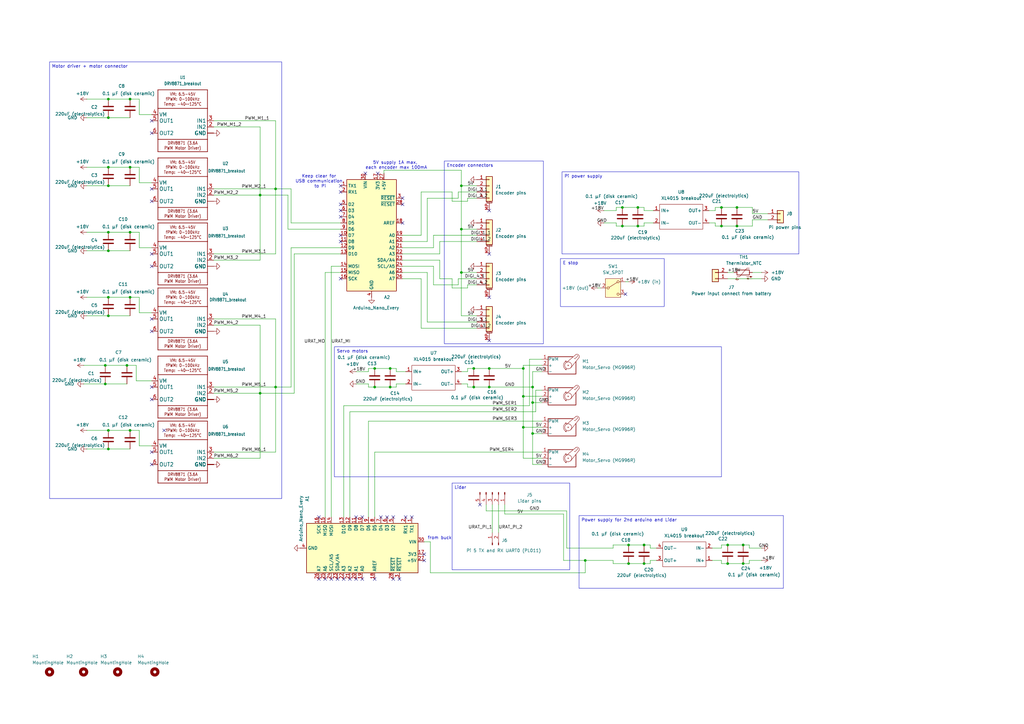
<source format=kicad_sch>
(kicad_sch (version 20250114) (generator "eeschema") (generator_version "9.0")
  (paper "A3")
  (title_block (title "Electrical connections"))
  (text "5V supply 1A max, \neach encoder max 100mA" (at 162.56 67.818 0) (effects (font (size 1.27 1.27))))
  (text "Keep clear for \nUSB communication \nto Pi\n" (at 131.318 74.422 0) (effects (font (size 1.27 1.27))))
  (text "from buck" (at 180.34 220.726 0) (effects (font (size 1.27 1.27))))
  (text_box "Pi power supply" (at 230.505 70.485 0) (size 97.155 33.655) (margins 0.9525 0.9525 0.9525 0.9525) (effects (font (size 1.27 1.27)) (justify left top)))
  (text_box "Encoder connectors" (at 182.245 66.04 0) (size 40.64 74.93) (margins 0.9525 0.9525 0.9525 0.9525) (effects (font (size 1.27 1.27)) (justify left top)))
  (text_box "Servo motors" (at 137.16 142.24 0) (size 158.75 53.34) (margins 0.9525 0.9525 0.9525 0.9525) (effects (font (size 1.27 1.27)) (justify left top)))
  (text_box "E stop" (at 229.87 106.045 0) (size 42.545 19.685) (margins 0.9525 0.9525 0.9525 0.9525) (effects (font (size 1.27 1.27)) (justify left top)))
  (text_box "Lidar" (at 185.42 198.12 0) (size 48.26 35.56) (margins 0.9525 0.9525 0.9525 0.9525) (effects (font (size 1.27 1.27)) (justify left top)))
  (text_box "Motor driver + motor connector" (at 20.32 25.4 0) (size 95.25 179.07) (margins 0.9525 0.9525 0.9525 0.9525) (effects (font (size 1.27 1.27)) (justify left top)))
  (text_box "Power supply for 2nd arduino and Lidar" (at 237.49 211.455 0) (size 83.82 29.845) (margins 0.9525 0.9525 0.9525 0.9525) (effects (font (size 1.27 1.27)) (justify left top)))
  (junction (at 106.68 161.29))
  (junction (at 302.26 85.09))
  (junction (at 53.34 68.58))
  (junction (at 160.02 158.75))
  (junction (at 295.91 92.71))
  (junction (at 264.16 223.52))
  (junction (at 153.67 151.13))
  (junction (at 44.45 40.64))
  (junction (at 52.07 149.86))
  (junction (at 255.27 85.09))
  (junction (at 298.45 231.14))
  (junction (at 261.62 92.71))
  (junction (at 43.18 149.86))
  (junction (at 113.03 77.47))
  (junction (at 218.44 158.75))
  (junction (at 255.27 92.71))
  (junction (at 44.45 95.25))
  (junction (at 189.23 111.76))
  (junction (at 261.62 85.09))
  (junction (at 298.45 223.52))
  (junction (at 214.63 162.56))
  (junction (at 264.16 231.14))
  (junction (at 44.45 48.26))
  (junction (at 113.03 158.75))
  (junction (at 218.44 177.8))
  (junction (at 194.31 151.13))
  (junction (at 218.44 165.1))
  (junction (at 200.66 158.75))
  (junction (at 44.45 102.87))
  (junction (at 304.8 231.14))
  (junction (at 189.23 76.2))
  (junction (at 304.8 223.52))
  (junction (at 240.03 229.87))
  (junction (at 53.34 121.92))
  (junction (at 200.66 151.13))
  (junction (at 214.63 175.26))
  (junction (at 153.67 158.75))
  (junction (at 189.23 93.98))
  (junction (at 44.45 129.54))
  (junction (at 106.68 80.01))
  (junction (at 302.26 92.71))
  (junction (at 44.45 176.53))
  (junction (at 53.34 40.64))
  (junction (at 43.18 157.48))
  (junction (at 257.81 231.14))
  (junction (at 44.45 76.2))
  (junction (at 160.02 151.13))
  (junction (at 194.31 158.75))
  (junction (at 44.45 121.92))
  (junction (at 257.81 223.52))
  (junction (at 53.34 95.25))
  (junction (at 295.91 85.09))
  (junction (at 44.45 184.15))
  (junction (at 214.63 151.13))
  (junction (at 44.45 68.58))
  (junction (at 53.34 176.53))
  (no_connect (at 62.23 54.61))
  (no_connect (at 135.89 237.49))
  (no_connect (at 163.83 237.49))
  (no_connect (at 146.05 237.49))
  (no_connect (at 156.21 212.09))
  (no_connect (at 62.23 190.5))
  (no_connect (at 166.37 212.09))
  (no_connect (at 168.91 212.09))
  (no_connect (at 154.94 71.12))
  (no_connect (at 139.7 76.2))
  (no_connect (at 139.7 86.36))
  (no_connect (at 173.99 227.33))
  (no_connect (at 165.1 81.28))
  (no_connect (at 133.35 237.49))
  (no_connect (at 149.86 71.12))
  (no_connect (at 165.1 83.82))
  (no_connect (at 146.05 212.09))
  (no_connect (at 130.81 237.49))
  (no_connect (at 161.29 212.09))
  (no_connect (at 148.59 237.49))
  (no_connect (at 173.99 229.87))
  (no_connect (at 62.23 185.42))
  (no_connect (at 153.67 237.49))
  (no_connect (at 165.1 91.44))
  (no_connect (at 200.66 104.14))
  (no_connect (at 200.66 86.36))
  (no_connect (at 139.7 88.9))
  (no_connect (at 256.54 120.65))
  (no_connect (at 158.75 212.09))
  (no_connect (at 139.7 114.3))
  (no_connect (at 161.29 237.49))
  (no_connect (at 138.43 237.49))
  (no_connect (at 62.23 163.83))
  (no_connect (at 62.23 82.55))
  (no_connect (at 139.7 83.82))
  (no_connect (at 67.31 176.53))
  (no_connect (at 62.23 77.47))
  (no_connect (at 62.23 104.14))
  (no_connect (at 148.59 212.09))
  (no_connect (at 196.85 207.01))
  (no_connect (at 140.97 237.49))
  (no_connect (at 62.23 49.53))
  (no_connect (at 139.7 78.74))
  (no_connect (at 62.23 135.89))
  (no_connect (at 139.7 99.06))
  (no_connect (at 200.66 139.7))
  (no_connect (at 130.81 212.09))
  (no_connect (at 62.23 158.75))
  (no_connect (at 139.7 96.52))
  (no_connect (at 200.66 121.92))
  (no_connect (at 62.23 109.22))
  (no_connect (at 62.23 130.81))
  (no_connect (at 143.51 237.49))
  (wire (pts (xy 240.03 229.87) (xy 251.46 229.87)))
  (wire (pts (xy 292.1 229.87) (xy 295.91 229.87)))
  (wire (pts (xy 143.51 168.91) (xy 219.71 168.91)))
  (wire (pts (xy 312.42 224.79) (xy 307.34 224.79)))
  (wire (pts (xy 87.63 130.81) (xy 113.03 130.81)))
  (wire (pts (xy 189.23 76.2) (xy 195.58 76.2)))
  (wire (pts (xy 118.11 93.98) (xy 139.7 93.98)))
  (wire (pts (xy 44.45 102.87) (xy 53.34 102.87)))
  (wire (pts (xy 252.73 85.09) (xy 252.73 86.36)))
  (wire (pts (xy 53.34 95.25) (xy 57.15 95.25)))
  (wire (pts (xy 35.56 102.87) (xy 44.45 102.87)))
  (wire (pts (xy 151.13 172.72) (xy 151.13 212.09)))
  (wire (pts (xy 218.44 158.75) (xy 218.44 152.4)))
  (wire (pts (xy 106.68 80.01) (xy 106.68 106.68)))
  (wire (pts (xy 264.16 86.36) (xy 264.16 85.09)))
  (wire (pts (xy 189.23 69.85) (xy 189.23 76.2)))
  (wire (pts (xy 57.15 101.6) (xy 62.23 101.6)))
  (wire (pts (xy 180.34 114.3) (xy 185.42 114.3)))
  (wire (pts (xy 180.34 106.68) (xy 180.34 114.3)))
  (wire (pts (xy 269.24 224.79) (xy 266.7 224.79)))
  (wire (pts (xy 307.34 224.79) (xy 307.34 223.52)))
  (wire (pts (xy 256.54 115.57) (xy 257.81 115.57)))
  (wire (pts (xy 191.77 82.55) (xy 191.77 81.28)))
  (wire (pts (xy 293.37 86.36) (xy 293.37 85.09)))
  (wire (pts (xy 113.03 158.75) (xy 113.03 185.42)))
  (wire (pts (xy 252.73 91.44) (xy 252.73 92.71)))
  (wire (pts (xy 87.63 185.42) (xy 113.03 185.42)))
  (wire (pts (xy 57.15 128.27) (xy 62.23 128.27)))
  (wire (pts (xy 295.91 85.09) (xy 302.26 85.09)))
  (wire (pts (xy 44.45 184.15) (xy 53.34 184.15)))
  (wire (pts (xy 151.13 158.75) (xy 153.67 158.75)))
  (wire (pts (xy 106.68 80.01) (xy 118.11 80.01)))
  (wire (pts (xy 57.15 74.93) (xy 62.23 74.93)))
  (wire (pts (xy 87.63 161.29) (xy 106.68 161.29)))
  (wire (pts (xy 199.39 209.55) (xy 199.39 207.01)))
  (wire (pts (xy 180.34 99.06) (xy 195.58 99.06)))
  (wire (pts (xy 189.23 93.98) (xy 189.23 111.76)))
  (wire (pts (xy 153.67 185.42) (xy 222.25 185.42)))
  (wire (pts (xy 293.37 92.71) (xy 295.91 92.71)))
  (wire (pts (xy 308.61 85.09) (xy 308.61 87.63)))
  (wire (pts (xy 35.56 40.64) (xy 44.45 40.64)))
  (wire (pts (xy 153.67 158.75) (xy 160.02 158.75)))
  (wire (pts (xy 165.1 99.06) (xy 175.26 99.06)))
  (wire (pts (xy 266.7 224.79) (xy 266.7 223.52)))
  (wire (pts (xy 189.23 129.54) (xy 195.58 129.54)))
  (wire (pts (xy 187.96 81.28) (xy 187.96 78.74)))
  (wire (pts (xy 240.03 234.95) (xy 176.53 234.95)))
  (wire (pts (xy 35.56 76.2) (xy 44.45 76.2)))
  (wire (pts (xy 35.56 48.26) (xy 44.45 48.26)))
  (wire (pts (xy 201.93 207.01) (xy 201.93 218.44)))
  (wire (pts (xy 200.66 158.75) (xy 218.44 158.75)))
  (wire (pts (xy 308.61 111.76) (xy 312.42 111.76)))
  (wire (pts (xy 185.42 78.74) (xy 185.42 82.55)))
  (wire (pts (xy 175.26 99.06) (xy 175.26 81.28)))
  (wire (pts (xy 217.17 166.37) (xy 217.17 147.32)))
  (wire (pts (xy 194.31 158.75) (xy 200.66 158.75)))
  (wire (pts (xy 218.44 165.1) (xy 218.44 177.8)))
  (wire (pts (xy 153.67 185.42) (xy 153.67 212.09)))
  (wire (pts (xy 257.81 223.52) (xy 251.46 223.52)))
  (wire (pts (xy 304.8 231.14) (xy 307.34 231.14)))
  (wire (pts (xy 151.13 157.48) (xy 151.13 158.75)))
  (wire (pts (xy 214.63 187.96) (xy 222.25 187.96)))
  (wire (pts (xy 217.17 147.32) (xy 222.25 147.32)))
  (wire (pts (xy 232.41 224.79) (xy 251.46 224.79)))
  (wire (pts (xy 165.1 101.6) (xy 177.8 101.6)))
  (wire (pts (xy 53.34 40.64) (xy 57.15 40.64)))
  (wire (pts (xy 172.72 114.3) (xy 172.72 134.62)))
  (wire (pts (xy 219.71 160.02) (xy 222.25 160.02)))
  (wire (pts (xy 218.44 165.1) (xy 222.25 165.1)))
  (wire (pts (xy 189.23 76.2) (xy 189.23 93.98)))
  (wire (pts (xy 191.77 152.4) (xy 191.77 151.13)))
  (wire (pts (xy 251.46 223.52) (xy 251.46 224.79)))
  (wire (pts (xy 185.42 82.55) (xy 191.77 82.55)))
  (wire (pts (xy 53.34 176.53) (xy 57.15 176.53)))
  (wire (pts (xy 43.18 157.48) (xy 52.07 157.48)))
  (wire (pts (xy 304.8 223.52) (xy 298.45 223.52)))
  (wire (pts (xy 87.63 133.35) (xy 106.68 133.35)))
  (wire (pts (xy 165.1 104.14) (xy 180.34 104.14)))
  (wire (pts (xy 267.97 86.36) (xy 264.16 86.36)))
  (wire (pts (xy 120.65 104.14) (xy 139.7 104.14)))
  (wire (pts (xy 165.1 106.68) (xy 180.34 106.68)))
  (wire (pts (xy 231.14 229.87) (xy 231.14 210.82)))
  (wire (pts (xy 146.05 157.48) (xy 151.13 157.48)))
  (wire (pts (xy 214.63 162.56) (xy 214.63 175.26)))
  (wire (pts (xy 293.37 85.09) (xy 295.91 85.09)))
  (wire (pts (xy 251.46 229.87) (xy 251.46 231.14)))
  (wire (pts (xy 191.77 116.84) (xy 195.58 116.84)))
  (wire (pts (xy 57.15 182.88) (xy 62.23 182.88)))
  (wire (pts (xy 133.35 111.76) (xy 133.35 212.09)))
  (wire (pts (xy 35.56 121.92) (xy 44.45 121.92)))
  (wire (pts (xy 87.63 80.01) (xy 106.68 80.01)))
  (wire (pts (xy 44.45 176.53) (xy 53.34 176.53)))
  (wire (pts (xy 135.89 109.22) (xy 139.7 109.22)))
  (wire (pts (xy 292.1 224.79) (xy 295.91 224.79)))
  (wire (pts (xy 87.63 49.53) (xy 113.03 49.53)))
  (wire (pts (xy 177.8 116.84) (xy 187.96 116.84)))
  (wire (pts (xy 44.45 40.64) (xy 53.34 40.64)))
  (wire (pts (xy 252.73 92.71) (xy 255.27 92.71)))
  (wire (pts (xy 157.48 71.12) (xy 157.48 69.85)))
  (wire (pts (xy 106.68 80.01) (xy 106.68 52.07)))
  (wire (pts (xy 177.8 101.6) (xy 177.8 96.52)))
  (wire (pts (xy 175.26 81.28) (xy 187.96 81.28)))
  (wire (pts (xy 218.44 158.75) (xy 218.44 165.1)))
  (wire (pts (xy 266.7 223.52) (xy 264.16 223.52)))
  (wire (pts (xy 187.96 78.74) (xy 195.58 78.74)))
  (wire (pts (xy 240.03 229.87) (xy 240.03 234.95)))
  (wire (pts (xy 312.42 229.87) (xy 307.34 229.87)))
  (wire (pts (xy 218.44 152.4) (xy 222.25 152.4)))
  (wire (pts (xy 165.1 109.22) (xy 177.8 109.22)))
  (wire (pts (xy 189.23 93.98) (xy 195.58 93.98)))
  (wire (pts (xy 189.23 111.76) (xy 195.58 111.76)))
  (wire (pts (xy 153.67 151.13) (xy 151.13 151.13)))
  (wire (pts (xy 119.38 77.47) (xy 119.38 91.44)))
  (wire (pts (xy 191.77 157.48) (xy 191.77 158.75)))
  (wire (pts (xy 295.91 224.79) (xy 295.91 223.52)))
  (wire (pts (xy 307.34 231.14) (xy 307.34 229.87)))
  (wire (pts (xy 118.11 93.98) (xy 118.11 80.01)))
  (wire (pts (xy 264.16 85.09) (xy 261.62 85.09)))
  (wire (pts (xy 87.63 106.68) (xy 106.68 106.68)))
  (wire (pts (xy 44.45 76.2) (xy 53.34 76.2)))
  (wire (pts (xy 189.23 152.4) (xy 191.77 152.4)))
  (wire (pts (xy 57.15 121.92) (xy 57.15 128.27)))
  (wire (pts (xy 298.45 114.3) (xy 312.42 114.3)))
  (wire (pts (xy 87.63 104.14) (xy 113.03 104.14)))
  (wire (pts (xy 106.68 161.29) (xy 106.68 187.96)))
  (wire (pts (xy 218.44 177.8) (xy 218.44 190.5)))
  (wire (pts (xy 295.91 223.52) (xy 298.45 223.52)))
  (wire (pts (xy 87.63 52.07) (xy 106.68 52.07)))
  (wire (pts (xy 35.56 129.54) (xy 44.45 129.54)))
  (wire (pts (xy 214.63 175.26) (xy 214.63 187.96)))
  (wire (pts (xy 247.65 91.44) (xy 252.73 91.44)))
  (wire (pts (xy 43.18 149.86) (xy 52.07 149.86)))
  (wire (pts (xy 295.91 231.14) (xy 298.45 231.14)))
  (wire (pts (xy 177.8 109.22) (xy 177.8 116.84)))
  (wire (pts (xy 308.61 87.63) (xy 314.96 87.63)))
  (wire (pts (xy 218.44 177.8) (xy 222.25 177.8)))
  (wire (pts (xy 57.15 46.99) (xy 62.23 46.99)))
  (wire (pts (xy 87.63 158.75) (xy 113.03 158.75)))
  (wire (pts (xy 214.63 149.86) (xy 214.63 151.13)))
  (wire (pts (xy 290.83 91.44) (xy 293.37 91.44)))
  (wire (pts (xy 53.34 121.92) (xy 57.15 121.92)))
  (wire (pts (xy 44.45 121.92) (xy 53.34 121.92)))
  (wire (pts (xy 189.23 157.48) (xy 191.77 157.48)))
  (wire (pts (xy 308.61 90.17) (xy 314.96 90.17)))
  (wire (pts (xy 151.13 151.13) (xy 151.13 152.4)))
  (wire (pts (xy 55.88 149.86) (xy 55.88 156.21)))
  (wire (pts (xy 293.37 91.44) (xy 293.37 92.71)))
  (wire (pts (xy 113.03 77.47) (xy 113.03 104.14)))
  (wire (pts (xy 165.1 96.52) (xy 172.72 96.52)))
  (wire (pts (xy 302.26 85.09) (xy 308.61 85.09)))
  (wire (pts (xy 52.07 149.86) (xy 55.88 149.86)))
  (wire (pts (xy 307.34 223.52) (xy 304.8 223.52)))
  (wire (pts (xy 204.47 207.01) (xy 204.47 218.44)))
  (wire (pts (xy 304.8 231.14) (xy 298.45 231.14)))
  (wire (pts (xy 106.68 161.29) (xy 120.65 161.29)))
  (wire (pts (xy 172.72 96.52) (xy 172.72 78.74)))
  (wire (pts (xy 266.7 229.87) (xy 266.7 231.14)))
  (wire (pts (xy 308.61 92.71) (xy 308.61 90.17)))
  (wire (pts (xy 255.27 92.71) (xy 261.62 92.71)))
  (wire (pts (xy 264.16 91.44) (xy 264.16 92.71)))
  (wire (pts (xy 231.14 210.82) (xy 207.01 210.82)))
  (wire (pts (xy 218.44 190.5) (xy 222.25 190.5)))
  (wire (pts (xy 264.16 223.52) (xy 257.81 223.52)))
  (wire (pts (xy 267.97 91.44) (xy 264.16 91.44)))
  (wire (pts (xy 219.71 168.91) (xy 219.71 160.02)))
  (wire (pts (xy 199.39 209.55) (xy 232.41 209.55)))
  (wire (pts (xy 264.16 92.71) (xy 261.62 92.71)))
  (wire (pts (xy 35.56 95.25) (xy 44.45 95.25)))
  (wire (pts (xy 214.63 162.56) (xy 222.25 162.56)))
  (wire (pts (xy 133.35 111.76) (xy 139.7 111.76)))
  (wire (pts (xy 57.15 95.25) (xy 57.15 101.6)))
  (wire (pts (xy 298.45 111.76) (xy 300.99 111.76)))
  (wire (pts (xy 143.51 168.91) (xy 143.51 212.09)))
  (wire (pts (xy 191.77 81.28) (xy 195.58 81.28)))
  (wire (pts (xy 200.66 151.13) (xy 214.63 151.13)))
  (wire (pts (xy 35.56 184.15) (xy 44.45 184.15)))
  (wire (pts (xy 165.1 111.76) (xy 175.26 111.76)))
  (wire (pts (xy 165.1 114.3) (xy 172.72 114.3)))
  (wire (pts (xy 162.56 158.75) (xy 160.02 158.75)))
  (wire (pts (xy 187.96 114.3) (xy 195.58 114.3)))
  (wire (pts (xy 255.27 85.09) (xy 252.73 85.09)))
  (wire (pts (xy 135.89 109.22) (xy 135.89 212.09)))
  (wire (pts (xy 214.63 175.26) (xy 222.25 175.26)))
  (wire (pts (xy 191.77 158.75) (xy 194.31 158.75)))
  (wire (pts (xy 269.24 229.87) (xy 266.7 229.87)))
  (wire (pts (xy 153.67 151.13) (xy 160.02 151.13)))
  (wire (pts (xy 162.56 151.13) (xy 160.02 151.13)))
  (wire (pts (xy 113.03 130.81) (xy 113.03 158.75)))
  (wire (pts (xy 191.77 118.11) (xy 191.77 116.84)))
  (wire (pts (xy 162.56 152.4) (xy 162.56 151.13)))
  (wire (pts (xy 119.38 91.44) (xy 139.7 91.44)))
  (wire (pts (xy 35.56 68.58) (xy 44.45 68.58)))
  (wire (pts (xy 266.7 231.14) (xy 264.16 231.14)))
  (wire (pts (xy 140.97 166.37) (xy 140.97 212.09)))
  (wire (pts (xy 57.15 176.53) (xy 57.15 182.88)))
  (wire (pts (xy 172.72 134.62) (xy 195.58 134.62)))
  (wire (pts (xy 113.03 77.47) (xy 119.38 77.47)))
  (wire (pts (xy 185.42 114.3) (xy 185.42 118.11)))
  (wire (pts (xy 34.29 157.48) (xy 43.18 157.48)))
  (wire (pts (xy 146.05 152.4) (xy 151.13 152.4)))
  (wire (pts (xy 264.16 231.14) (xy 257.81 231.14)))
  (wire (pts (xy 245.11 118.11) (xy 246.38 118.11)))
  (wire (pts (xy 290.83 86.36) (xy 293.37 86.36)))
  (wire (pts (xy 194.31 151.13) (xy 200.66 151.13)))
  (wire (pts (xy 177.8 96.52) (xy 195.58 96.52)))
  (wire (pts (xy 44.45 129.54) (xy 53.34 129.54)))
  (wire (pts (xy 189.23 111.76) (xy 189.23 129.54)))
  (wire (pts (xy 247.65 86.36) (xy 252.73 86.36)))
  (wire (pts (xy 113.03 77.47) (xy 113.03 49.53)))
  (wire (pts (xy 34.29 149.86) (xy 43.18 149.86)))
  (wire (pts (xy 157.48 69.85) (xy 189.23 69.85)))
  (wire (pts (xy 176.53 234.95) (xy 176.53 222.25)))
  (wire (pts (xy 140.97 166.37) (xy 217.17 166.37)))
  (wire (pts (xy 295.91 229.87) (xy 295.91 231.14)))
  (wire (pts (xy 166.37 152.4) (xy 162.56 152.4)))
  (wire (pts (xy 53.34 68.58) (xy 57.15 68.58)))
  (wire (pts (xy 231.14 229.87) (xy 240.03 229.87)))
  (wire (pts (xy 187.96 116.84) (xy 187.96 114.3)))
  (wire (pts (xy 302.26 92.71) (xy 308.61 92.71)))
  (wire (pts (xy 214.63 149.86) (xy 222.25 149.86)))
  (wire (pts (xy 119.38 101.6) (xy 119.38 158.75)))
  (wire (pts (xy 162.56 157.48) (xy 162.56 158.75)))
  (wire (pts (xy 87.63 77.47) (xy 113.03 77.47)))
  (wire (pts (xy 175.26 132.08) (xy 195.58 132.08)))
  (wire (pts (xy 257.81 231.14) (xy 251.46 231.14)))
  (wire (pts (xy 113.03 158.75) (xy 119.38 158.75)))
  (wire (pts (xy 295.91 92.71) (xy 302.26 92.71)))
  (wire (pts (xy 87.63 187.96) (xy 106.68 187.96)))
  (wire (pts (xy 172.72 78.74) (xy 185.42 78.74)))
  (wire (pts (xy 214.63 151.13) (xy 214.63 162.56)))
  (wire (pts (xy 35.56 176.53) (xy 44.45 176.53)))
  (wire (pts (xy 175.26 111.76) (xy 175.26 132.08)))
  (wire (pts (xy 57.15 40.64) (xy 57.15 46.99)))
  (wire (pts (xy 180.34 104.14) (xy 180.34 99.06)))
  (wire (pts (xy 166.37 157.48) (xy 162.56 157.48)))
  (wire (pts (xy 232.41 209.55) (xy 232.41 224.79)))
  (wire (pts (xy 255.27 85.09) (xy 261.62 85.09)))
  (wire (pts (xy 191.77 151.13) (xy 194.31 151.13)))
  (wire (pts (xy 151.13 172.72) (xy 222.25 172.72)))
  (wire (pts (xy 57.15 68.58) (xy 57.15 74.93)))
  (wire (pts (xy 44.45 95.25) (xy 53.34 95.25)))
  (wire (pts (xy 176.53 222.25) (xy 173.99 222.25)))
  (wire (pts (xy 120.65 104.14) (xy 120.65 161.29)))
  (wire (pts (xy 55.88 156.21) (xy 62.23 156.21)))
  (wire (pts (xy 44.45 68.58) (xy 53.34 68.58)))
  (wire (pts (xy 119.38 101.6) (xy 139.7 101.6)))
  (wire (pts (xy 207.01 210.82) (xy 207.01 207.01)))
  (wire (pts (xy 106.68 161.29) (xy 106.68 133.35)))
  (wire (pts (xy 185.42 118.11) (xy 191.77 118.11)))
  (wire (pts (xy 44.45 48.26) (xy 53.34 48.26)))
  (label "URAT_MO" (at 133.35 140.97 180))
  (label "PWM_SER2" (at 201.93 168.91 0))
  (label "GND" (at 149.86 157.48 180))
  (label "5V" (at 219.71 175.26 0))
  (label "DIGI_4_2" (at 191.77 116.84 0))
  (label "DIGI_2_2" (at 191.77 81.28 0))
  (label "PWM_M2_1" (at 99.06 77.47 0))
  (label "PWM_M5_1" (at 99.06 158.75 0))
  (label "+18V" (at 298.45 111.76 0))
  (label "GND" (at 219.71 177.8 0))
  (label "DIGI_3_2" (at 193.04 134.62 0))
  (label "URAT_MI" (at 135.89 140.97 0))
  (label "PWM_M6_2" (at 87.63 187.96 0))
  (label "URAT_PI_2" (at 204.47 217.17 0))
  (label "5V" (at 207.01 151.13 0))
  (label "GND" (at 220.98 165.1 0))
  (label "+18V" (at 246.38 118.11 180))
  (label "DIGI_2_1" (at 191.77 78.74 0))
  (label "DIGI_1_2" (at 193.04 99.06 0))
  (label "PWM_M6_1" (at 99.06 185.42 0))
  (label "PWM_M3_1" (at 99.06 104.14 0))
  (label "+18V" (at 247.65 86.36 180))
  (label "5V" (at 212.09 210.82 0))
  (label "+18V" (at 256.54 115.57 0))
  (label "DIGI_3_1" (at 191.77 132.08 0))
  (label "URAT_PI_1" (at 201.93 217.17 180))
  (label "+18V" (at 312.42 229.87 0))
  (label "PWM_M3_2" (at 87.63 106.68 0))
  (label "GND" (at 219.71 190.5 0))
  (label "GND" (at 217.17 209.55 0))
  (label "5V" (at 191.77 129.54 0))
  (label "DIGI_1_1" (at 193.04 96.52 0))
  (label "5V" (at 191.77 111.76 0))
  (label "PWM_SER3" (at 201.93 172.72 0))
  (label "5V" (at 191.77 93.98 0))
  (label "GND" (at 248.92 91.44 180))
  (label "PWM_M5_2" (at 87.63 161.29 0))
  (label "5V" (at 219.71 187.96 0))
  (label "5V" (at 308.61 87.63 0))
  (label "PWM_M1_1" (at 100.33 49.53 0))
  (label "5V" (at 191.77 76.2 0))
  (label "PWM_M4_1" (at 99.06 130.81 0))
  (label "GND" (at 219.71 152.4 0))
  (label "PWM_M1_2" (at 88.9 52.07 0))
  (label "PWM_SER4" (at 200.66 185.42 0))
  (label "PWM_SER1" (at 201.93 166.37 0))
  (label "GND" (at 207.01 158.75 0))
  (label "+18V" (at 149.86 152.4 180))
  (label "GND" (at 311.15 224.79 0))
  (label "PWM_M2_2" (at 87.63 80.01 0))
  (label "GND" (at 308.61 90.17 0))
  (label "DIGI_4_1" (at 190.632 114.3 0))
  (label "PWM_M4_2" (at 87.63 133.35 0))
  (symbol (lib_id "microver symbol library:DRV8871_breakout") (at 74.93 185.42 180) (unit 1)
    (property "Reference" "U6" (at 92.456 175.006 0) (effects (font (size 1.27 1.0795))))
    (property "Value" "DRV8871_breakout" (at 92.964 178.054 0) (effects (font (size 1.27 1.0795))))
    (property "Footprint" "microver footprint Library:DRV8871 breakout board" (effects (hide yes)))
    (property "Link to buy" "x" (effects (hide yes)))
  )
  (symbol (lib_id "power:GND") (at 152.4 121.92 0) (unit 1)
    (property "Reference" "#PWR022" (effects (hide yes)))
    (property "Value" "GND" (effects (hide yes)))
    (property "Description" "Power symbol creates a global label with name \"GND\" , ground" (effects (hide yes)))
  )
  (symbol (lib_id "Connector_Generic_MountingPin:Conn_01x04_MountingPin") (at 200.66 111.76 0) (unit 1)
    (property "Reference" "J3" (at 203.2 112.1155 0) (effects (justify left)))
    (property "Value" "Encoder pins" (at 203.2 114.6555 0) (effects (justify left)))
    (property "Footprint" "Connector_PinHeader_2.54mm:PinHeader_1x04_P2.54mm_Vertical" (effects (hide yes)))
    (property "Description" "Generic connectable mounting pin connector, single row, 01x04, script generated (kicad-library-utils/schlib/autogen/connector/)" (effects (hide yes)))
    (property "Link to buy" "https://item.szlcsc.com/2801085.html?fromZone=l_c__%2522catalog%2522&spm=sc.cidn.xh1.zy.n___sc.gbn.ca6.1-4&lcsc_vid=RwMKU1xfEgRfA1NfFVNWAVFeRgcMVVZfQVUIVFECQgUxVlNQQ1dZVFZRRFlXUDsOAxUeFF5JWBIBSRccGwIdBEoFGAxBAAgJFQACSQwSGg0%3D" (effects (hide yes)))
  )
  (symbol (lib_id "power:GND") (at 312.42 224.79 90) (unit 1)
    (property "Reference" "#PWR033" (effects (hide yes)))
    (property "Value" "GND" (effects (hide yes)))
    (property "Description" "Power symbol creates a global label with name \"GND\" , ground" (effects (hide yes)))
  )
  (symbol (lib_id "Mechanical:MountingHole") (at 34.29 275.59 0) (unit 1) (in_bom no)
    (property "Reference" "H2" (at 27.178 269.24 0) (effects (justify left)))
    (property "Value" "MountingHole" (at 27.178 271.78 0) (effects (justify left)))
    (property "Footprint" "MountingHole:MountingHole_3.2mm_M3" (effects (hide yes)))
    (property "Description" "Mounting Hole without connection" (effects (hide yes)))
  )
  (symbol (lib_id "power:GND") (at 35.56 76.2 270) (unit 1)
    (property "Reference" "#PWR06" (effects (hide yes)))
    (property "Value" "GND" (at 31.75 76.1999 90) (effects (justify right)))
    (property "Description" "Power symbol creates a global label with name \"GND\" , ground" (effects (hide yes)))
  )
  (symbol (lib_id "Mechanical:MountingHole") (at 48.26 275.59 0) (unit 1) (in_bom no)
    (property "Reference" "H3" (at 41.148 269.24 0) (effects (justify left)))
    (property "Value" "MountingHole" (at 41.148 271.78 0) (effects (justify left)))
    (property "Footprint" "MountingHole:MountingHole_3.2mm_M3" (effects (hide yes)))
    (property "Description" "Mounting Hole without connection" (effects (hide yes)))
  )
  (symbol (lib_id "Connector:Conn_01x05_Pin") (at 201.93 201.93 270) (unit 1)
    (property "Reference" "J5" (at 217.17 202.946 90))
    (property "Value" "Lidar pins" (at 217.17 205.486 90))
    (property "Footprint" "Connector_JST:JST_XH_B5B-XH-AM_1x05_P2.50mm_Vertical" (effects (hide yes)))
    (property "Description" "Generic connector, single row, 01x05, script generated" (effects (hide yes)))
    (property "Link to buy" "https://item.szlcsc.com/173253.html?fromZone=s_s__%2522jst%2520B5B-XH-AM_1x05%2522&spm=sc.gbn.xh3.zy.n&lcsc_vid=RwMKU1xfEgRfA1NfFVNWAVFeRgcMVVZfQVUIVFECQgUxVlNQQ1dZVFZRRFlXUDsOAxUeFF5JWBIBSRccGwIdBEoFGAxBAAgJFQACSQwSGg0%3D" (effects (hide yes)))
  )
  (symbol (lib_id "power:GND") (at 35.56 184.15 270) (unit 1)
    (property "Reference" "#PWR012" (effects (hide yes)))
    (property "Value" "GND" (at 31.75 184.1499 90) (effects (justify right)))
    (property "Description" "Power symbol creates a global label with name \"GND\" , ground" (effects (hide yes)))
  )
  (symbol (lib_id "Device:C") (at 44.45 72.39 180) (unit 1)
    (property "Reference" "C3" (at 37.338 71.882 0) (effects (justify right)))
    (property "Value" "220uF (electrolytics)" (at 22.606 74.676 0) (effects (justify right)))
    (property "Footprint" "Capacitor_THT:CP_Radial_D8.0mm_P3.50mm" (effects (hide yes)))
    (property "Description" "Unpolarized capacitor" (effects (hide yes)))
  )
  (symbol (lib_id "power:+10V") (at 146.05 152.4 90) (unit 1)
    (property "Reference" "#PWR020" (effects (hide yes)))
    (property "Value" "+18V" (at 144.526 149.352 90))
    (property "Description" "Power symbol creates a global label with name \"+10V\"" (effects (hide yes)))
  )
  (symbol (lib_id "microver symbol library:DRV8871_breakout") (at 74.93 104.14 180) (unit 1)
    (property "Reference" "U3" (at 92.456 93.726 0) (effects (font (size 1.27 1.0795))))
    (property "Value" "DRV8871_breakout" (at 92.964 96.774 0) (effects (font (size 1.27 1.0795))))
    (property "Footprint" "microver footprint Library:DRV8871 breakout board" (effects (hide yes)))
    (property "Link to buy" "x" (effects (hide yes)))
  )
  (symbol (lib_id "microver symbol library:DRV8871_breakout") (at 74.93 158.75 180) (unit 1)
    (property "Reference" "U5" (at 92.456 148.336 0) (effects (font (size 1.27 1.0795))))
    (property "Value" "DRV8871_breakout" (at 92.964 151.384 0) (effects (font (size 1.27 1.0795))))
    (property "Footprint" "microver footprint Library:DRV8871 breakout board" (effects (hide yes)))
    (property "Link to buy" "x" (effects (hide yes)))
  )
  (symbol (lib_id "Device:C") (at 298.45 227.33 0) (unit 1)
    (property "Reference" "C22" (at 298.45 220.98 0) (effects (justify right)))
    (property "Value" "220uF (electrolytics)" (at 309.626 218.694 0) (effects (justify right)))
    (property "Footprint" "Capacitor_THT:CP_Radial_D8.0mm_P3.50mm" (effects (hide yes)))
    (property "Description" "Unpolarized capacitor" (effects (hide yes)))
    (property "Link to buy" "https://item.szlcsc.com/107913.html?fromZone=l_c__%2522catalog%2522&spm=sc.cidn.xh1.zy.n___sc.hm.hd.ca1.1-4&lcsc_vid=QFlfX1RVTlcLXlJSEQNWVQFfFAdYUlNST1RYXlADTgAxVlNQQ1FeVVdWRldbUTsOAxUeFF5JWBYZEEoMGwJABAsLWA%3D%3D" (effects (hide yes)))
  )
  (symbol (lib_id "power:GND") (at 35.56 102.87 270) (unit 1)
    (property "Reference" "#PWR08" (effects (hide yes)))
    (property "Value" "GND" (at 31.75 102.8699 90) (effects (justify right)))
    (property "Description" "Power symbol creates a global label with name \"GND\" , ground" (effects (hide yes)))
  )
  (symbol (lib_id "Device:C") (at 53.34 125.73 180) (unit 1)
    (property "Reference" "C11" (at 48.514 116.586 0) (effects (justify right)))
    (property "Value" "0.1 µF (disk ceramic)" (at 41.91 119.634 0) (effects (justify right)))
    (property "Footprint" "Capacitor_THT:C_Disc_D3.0mm_W2.0mm_P2.50mm" (effects (hide yes)))
    (property "Description" "Unpolarized capacitor" (effects (hide yes)))
    (property "Link to buy" "https://item.szlcsc.com/2990644.html?fromZone=l_c__%2522catalog%2522&spm=sc.cidn.xh19.zy.n___sc.hm.hd.ca1.1-10&lcsc_vid=QFlfX1RVTlcLXlJSEQNWVQFfFAdYUlNST1RYXlADTgAxVlNQQ1FeVVdWRldbUTsOAxUeFF5JWBYZEEoMGwJABAsLWA%3D%3D" (effects (hide yes)))
  )
  (symbol (lib_id "microver symbol library:DRV8871_breakout") (at 74.93 130.81 180) (unit 1)
    (property "Reference" "U4" (at 92.456 120.65 0) (effects (font (size 1.27 1.0795))))
    (property "Value" "DRV8871_breakout" (at 93.472 122.936 0) (effects (font (size 1.27 1.0795))))
    (property "Footprint" "microver footprint Library:DRV8871 breakout board" (effects (hide yes)))
    (property "Link to buy" "x" (effects (hide yes)))
  )
  (symbol (lib_id "Device:C") (at 53.34 180.34 180) (unit 1)
    (property "Reference" "C12" (at 48.514 171.196 0) (effects (justify right)))
    (property "Value" "0.1 µF (disk ceramic)" (at 41.91 174.244 0) (effects (justify right)))
    (property "Footprint" "Capacitor_THT:C_Disc_D3.0mm_W2.0mm_P2.50mm" (effects (hide yes)))
    (property "Description" "Unpolarized capacitor" (effects (hide yes)))
    (property "Link to buy" "https://item.szlcsc.com/2990644.html?fromZone=l_c__%2522catalog%2522&spm=sc.cidn.xh19.zy.n___sc.hm.hd.ca1.1-10&lcsc_vid=QFlfX1RVTlcLXlJSEQNWVQFfFAdYUlNST1RYXlADTgAxVlNQQ1FeVVdWRldbUTsOAxUeFF5JWBYZEEoMGwJABAsLWA%3D%3D" (effects (hide yes)))
  )
  (symbol (lib_id "power:GND") (at 35.56 48.26 270) (unit 1)
    (property "Reference" "#PWR04" (effects (hide yes)))
    (property "Value" "GND" (at 31.75 48.2599 90) (effects (justify right)))
    (property "Description" "Power symbol creates a global label with name \"GND\" , ground" (effects (hide yes)))
  )
  (symbol (lib_id "power:GND") (at 195.58 91.44 270) (unit 1)
    (property "Reference" "#PWR024" (effects (hide yes)))
    (property "Value" "GND" (effects (hide yes)))
    (property "Description" "Power symbol creates a global label with name \"GND\" , ground" (effects (hide yes)))
  )
  (symbol (lib_id "Device:C") (at 261.62 88.9 180) (unit 1)
    (property "Reference" "C19" (at 261.62 95.25 0) (effects (justify right)))
    (property "Value" "220uF (electrolytics)" (at 250.444 97.536 0) (effects (justify right)))
    (property "Footprint" "Capacitor_THT:CP_Radial_D8.0mm_P3.50mm" (effects (hide yes)))
    (property "Description" "Unpolarized capacitor" (effects (hide yes)))
    (property "Link to buy" "https://item.szlcsc.com/107913.html?fromZone=l_c__%2522catalog%2522&spm=sc.cidn.xh1.zy.n___sc.hm.hd.ca1.1-4&lcsc_vid=QFlfX1RVTlcLXlJSEQNWVQFfFAdYUlNST1RYXlADTgAxVlNQQ1FeVVdWRldbUTsOAxUeFF5JWBYZEEoMGwJABAsLWA%3D%3D" (effects (hide yes)))
  )
  (symbol (lib_id "power:GND") (at 195.58 109.22 270) (unit 1)
    (property "Reference" "#PWR025" (effects (hide yes)))
    (property "Value" "GND" (effects (hide yes)))
    (property "Description" "Power symbol creates a global label with name \"GND\" , ground" (effects (hide yes)))
  )
  (symbol (lib_id "Device:C") (at 153.67 154.94 180) (unit 1)
    (property "Reference" "C13" (at 150.622 149.098 0) (effects (justify right)))
    (property "Value" "0.1 µF (disk ceramic)" (at 138.43 146.558 0) (effects (justify right)))
    (property "Footprint" "Capacitor_THT:C_Disc_D3.0mm_W2.0mm_P2.50mm" (effects (hide yes)))
    (property "Description" "Unpolarized capacitor" (effects (hide yes)))
    (property "Link to buy" "https://item.szlcsc.com/2990644.html?fromZone=l_c__%2522catalog%2522&spm=sc.cidn.xh19.zy.n___sc.hm.hd.ca1.1-10&lcsc_vid=QFlfX1RVTlcLXlJSEQNWVQFfFAdYUlNST1RYXlADTgAxVlNQQ1FeVVdWRldbUTsOAxUeFF5JWBYZEEoMGwJABAsLWA%3D%3D" (effects (hide yes)))
  )
  (symbol (lib_id "Device:C") (at 44.45 180.34 180) (unit 1)
    (property "Reference" "C6" (at 37.338 179.832 0) (effects (justify right)))
    (property "Value" "220uF (electrolytics)" (at 22.606 182.626 0) (effects (justify right)))
    (property "Footprint" "Capacitor_THT:CP_Radial_D8.0mm_P3.50mm" (effects (hide yes)))
    (property "Description" "Unpolarized capacitor" (effects (hide yes)))
  )
  (symbol (lib_id "power:GND") (at 195.58 73.66 270) (unit 1)
    (property "Reference" "#PWR023" (effects (hide yes)))
    (property "Value" "GND" (effects (hide yes)))
    (property "Description" "Power symbol creates a global label with name \"GND\" , ground" (effects (hide yes)))
  )
  (symbol (lib_id "power:+10V") (at 35.56 176.53 90) (unit 1)
    (property "Reference" "#PWR011" (effects (hide yes)))
    (property "Value" "+18V" (at 33.782 174.244 90))
    (property "Description" "Power symbol creates a global label with name \"+10V\"" (effects (hide yes)))
  )
  (symbol (lib_id "microver symbol library:DRV8871_breakout") (at 74.93 77.47 180) (unit 1)
    (property "Reference" "U2" (at 92.456 67.056 0) (effects (font (size 1.27 1.0795))))
    (property "Value" "DRV8871_breakout" (at 92.964 70.104 0) (effects (font (size 1.27 1.0795))))
    (property "Footprint" "microver footprint Library:DRV8871 breakout board" (effects (hide yes)))
    (property "Link to buy" "x" (effects (hide yes)))
  )
  (symbol (lib_id "Mechanical:MountingHole") (at 63.5 275.59 0) (unit 1) (in_bom no)
    (property "Reference" "H4" (at 56.388 269.24 0) (effects (justify left)))
    (property "Value" "MountingHole" (at 56.388 271.78 0) (effects (justify left)))
    (property "Footprint" "MountingHole:MountingHole_3.2mm_M3" (effects (hide yes)))
    (property "Description" "Mounting Hole without connection" (effects (hide yes)))
  )
  (symbol (lib_id "power:+10V") (at 35.56 121.92 90) (unit 1)
    (property "Reference" "#PWR09" (effects (hide yes)))
    (property "Value" "+18V" (at 33.782 119.634 90))
    (property "Description" "Power symbol creates a global label with name \"+10V\"" (effects (hide yes)))
  )
  (symbol (lib_id "microver symbol library:DRV8871_breakout") (at 74.93 49.53 180) (unit 1)
    (property "Reference" "U1" (at 74.93 31.75 0) (effects (font (size 1.27 1.0795))))
    (property "Value" "DRV8871_breakout" (at 74.93 34.29 0) (effects (font (size 1.27 1.0795))))
    (property "Footprint" "microver footprint Library:DRV8871 breakout board" (effects (hide yes)))
    (property "Link to buy" "x" (effects (hide yes)))
  )
  (symbol (lib_id "Connector:Conn_01x02_Pin") (at 201.93 223.52 90) (unit 1)
    (property "Reference" "J6" (at 205.74 221.6149 90) (effects (justify right)))
    (property "Value" "Pi 5 TX and RX UART0 (PL011)" (at 191.262 225.806 90) (effects (justify right)))
    (property "Footprint" "Connector_PinHeader_2.54mm:PinHeader_1x02_P2.54mm_Vertical" (effects (hide yes)))
    (property "Description" "Generic connector, single row, 01x02, script generated" (effects (hide yes)))
    (property "Link to buy" "https://item.szlcsc.com/502957.html?fromZone=l_c__%2522catalog%2522&spm=sc.cidn.xh1.zy.n___sc.gbn.ca6.1-4&lcsc_vid=RwMKU1xfEgRfA1NfFVNWAVFeRgcMVVZfQVUIVFECQgUxVlNQQ1dZVFZRRFlXUDsOAxUeFF5JWBIBSRccGwIdBEoFGAxBAAgJFQACSQwSGg0%3D" (effects (hide yes)))
  )
  (symbol (lib_id "power:GND") (at 87.63 109.22 90) (unit 1)
    (property "Reference" "#PWR015" (effects (hide yes)))
    (property "Value" "GND" (effects (hide yes)))
    (property "Description" "Power symbol creates a global label with name \"GND\" , ground" (effects (hide yes)))
  )
  (symbol (lib_id "power:+10V") (at 257.81 115.57 270) (unit 1)
    (property "Reference" "#PWR030" (effects (hide yes)))
    (property "Value" "+18V (in)" (at 266.192 115.57 90))
    (property "Description" "Power symbol creates a global label with name \"+10V\"" (effects (hide yes)))
  )
  (symbol (lib_id "power:+10V") (at 34.29 149.86 90) (unit 1)
    (property "Reference" "#PWR01" (effects (hide yes)))
    (property "Value" "+18V" (at 32.512 147.574 90))
    (property "Description" "Power symbol creates a global label with name \"+10V\"" (effects (hide yes)))
  )
  (symbol (lib_id "Motor:Motor_Servo") (at 229.87 175.26 0) (unit 1)
    (property "Reference" "M3" (at 238.76 173.5568 0) (effects (justify left)))
    (property "Value" "Motor_Servo (MG996R)" (at 238.76 176.0968 0) (effects (justify left)))
    (property "Footprint" "Connector_PinHeader_2.54mm:PinHeader_1x03_P2.54mm_Vertical" (effects (hide yes)))
    (property "Datasheet" "http://forums.parallax.com/uploads/attachments/46831/74481.png" (effects (hide yes)))
    (property "Description" "Servo Motor (Futaba, HiTec, JR connector)" (effects (hide yes)))
    (property "Link to buy" "https://item.szlcsc.com/3293280.html?fromZone=l_c__%2522catalog%2522&spm=sc.cidn.xh1.zy.n___sc.gbn.ca6.1-4&lcsc_vid=RwMKU1xfEgRfA1NfFVNWAVFeRgcMVVZfQVUIVFECQgUxVlNQQ1dZVFZRRFlXUDsOAxUeFF5JWBIBSRccGwIdBEoFGAxBAAgJFQACSQwSGg0%3D" (effects (hide yes)))
  )
  (symbol (lib_id "power:GND") (at 34.29 157.48 270) (unit 1)
    (property "Reference" "#PWR02" (effects (hide yes)))
    (property "Value" "GND" (at 30.48 157.4799 90) (effects (justify right)))
    (property "Description" "Power symbol creates a global label with name \"GND\" , ground" (effects (hide yes)))
  )
  (symbol (lib_id "Device:C") (at 304.8 227.33 0) (unit 1)
    (property "Reference" "C24" (at 307.848 233.172 0) (effects (justify right)))
    (property "Value" "0.1 µF (disk ceramic)" (at 320.04 235.712 0) (effects (justify right)))
    (property "Footprint" "Capacitor_THT:C_Disc_D3.0mm_W2.0mm_P2.50mm" (effects (hide yes)))
    (property "Description" "Unpolarized capacitor" (effects (hide yes)))
    (property "Link to buy" "https://item.szlcsc.com/2990644.html?fromZone=l_c__%2522catalog%2522&spm=sc.cidn.xh19.zy.n___sc.hm.hd.ca1.1-10&lcsc_vid=QFlfX1RVTlcLXlJSEQNWVQFfFAdYUlNST1RYXlADTgAxVlNQQ1FeVVdWRldbUTsOAxUeFF5JWBYZEEoMGwJABAsLWA%3D%3D" (effects (hide yes)))
  )
  (symbol (lib_id "Device:C") (at 44.45 99.06 180) (unit 1)
    (property "Reference" "C4" (at 37.338 98.552 0) (effects (justify right)))
    (property "Value" "220uF (electrolytics)" (at 22.606 101.346 0) (effects (justify right)))
    (property "Footprint" "Capacitor_THT:CP_Radial_D8.0mm_P3.50mm" (effects (hide yes)))
    (property "Description" "Unpolarized capacitor" (effects (hide yes)))
  )
  (symbol (lib_id "Connector_Generic:Conn_01x02") (at 320.04 87.63 0) (unit 1)
    (property "Reference" "J8" (at 322.58 87.6299 0) (effects (justify left)))
    (property "Value" "Pi power pins" (at 315.214 93.218 0) (effects (justify left)))
    (property "Footprint" "Connector_PinHeader_2.54mm:PinHeader_1x02_P2.54mm_Vertical" (effects (hide yes)))
    (property "Description" "Generic connector, single row, 01x02, script generated (kicad-library-utils/schlib/autogen/connector/)" (effects (hide yes)))
    (property "Link to buy" "https://item.szlcsc.com/502957.html?fromZone=l_c__%2522catalog%2522&spm=sc.cidn.xh1.zy.n___sc.gbn.ca6.1-4&lcsc_vid=RwMKU1xfEgRfA1NfFVNWAVFeRgcMVVZfQVUIVFECQgUxVlNQQ1dZVFZRRFlXUDsOAxUeFF5JWBIBSRccGwIdBEoFGAxBAAgJFQACSQwSGg0%3D" (effects (hide yes)))
  )
  (symbol (lib_id "power:GND") (at 123.19 224.79 270) (unit 1)
    (property "Reference" "#PWR019" (effects (hide yes)))
    (property "Value" "GND" (effects (hide yes)))
    (property "Description" "Power symbol creates a global label with name \"GND\" , ground" (effects (hide yes)))
  )
  (symbol (lib_id "power:+10V") (at 312.42 111.76 270) (unit 1)
    (property "Reference" "#PWR031" (effects (hide yes)))
    (property "Value" "+18V" (at 316.23 111.7599 90) (effects (justify left)))
    (property "Description" "Power symbol creates a global label with name \"+10V\"" (effects (hide yes)))
  )
  (symbol (lib_id "Device:C") (at 194.31 154.94 0) (unit 1)
    (property "Reference" "C15" (at 194.31 148.59 0) (effects (justify right)))
    (property "Value" "220uF (electrolytics)" (at 205.486 146.304 0) (effects (justify right)))
    (property "Footprint" "Capacitor_THT:CP_Radial_D8.0mm_P3.50mm" (effects (hide yes)))
    (property "Description" "Unpolarized capacitor" (effects (hide yes)))
    (property "Link to buy" "https://item.szlcsc.com/107913.html?fromZone=l_c__%2522catalog%2522&spm=sc.cidn.xh1.zy.n___sc.hm.hd.ca1.1-4&lcsc_vid=QFlfX1RVTlcLXlJSEQNWVQFfFAdYUlNST1RYXlADTgAxVlNQQ1FeVVdWRldbUTsOAxUeFF5JWBYZEEoMGwJABAsLWA%3D%3D" (effects (hide yes)))
  )
  (symbol (lib_id "Mechanical:MountingHole") (at 20.32 275.59 0) (unit 1) (in_bom no)
    (property "Reference" "H1" (at 13.208 269.24 0) (effects (justify left)))
    (property "Value" "MountingHole" (at 13.208 271.78 0) (effects (justify left)))
    (property "Footprint" "MountingHole:MountingHole_3.2mm_M3" (effects (hide yes)))
    (property "Description" "Mounting Hole without connection" (effects (hide yes)))
  )
  (symbol (lib_id "Connector_Generic_MountingPin:Conn_01x04_MountingPin") (at 200.66 129.54 0) (unit 1)
    (property "Reference" "J4" (at 203.2 129.8955 0) (effects (justify left)))
    (property "Value" "Encoder pins" (at 203.2 132.4355 0) (effects (justify left)))
    (property "Footprint" "Connector_PinHeader_2.54mm:PinHeader_1x04_P2.54mm_Vertical" (effects (hide yes)))
    (property "Description" "Generic connectable mounting pin connector, single row, 01x04, script generated (kicad-library-utils/schlib/autogen/connector/)" (effects (hide yes)))
    (property "Link to buy" "https://item.szlcsc.com/2801085.html?fromZone=l_c__%2522catalog%2522&spm=sc.cidn.xh1.zy.n___sc.gbn.ca6.1-4&lcsc_vid=RwMKU1xfEgRfA1NfFVNWAVFeRgcMVVZfQVUIVFECQgUxVlNQQ1dZVFZRRFlXUDsOAxUeFF5JWBIBSRccGwIdBEoFGAxBAAgJFQACSQwSGg0%3D" (effects (hide yes)))
  )
  (symbol (lib_id "power:GND") (at 87.63 82.55 90) (unit 1)
    (property "Reference" "#PWR014" (effects (hide yes)))
    (property "Value" "GND" (effects (hide yes)))
    (property "Description" "Power symbol creates a global label with name \"GND\" , ground" (effects (hide yes)))
  )
  (symbol (lib_id "microver symbol library:XL4015 breakout") (at 289.56 232.41 180) (unit 1)
    (property "Reference" "U9" (at 280.67 217.17 0))
    (property "Value" "XL4015 breakout" (at 280.67 219.71 0))
    (property "Footprint" "microver footprint Library:XL4015 breakout board" (effects (hide yes)))
    (property "Link to buy" "x" (effects (hide yes)))
  )
  (symbol (lib_id "Device:C") (at 302.26 88.9 0) (unit 1)
    (property "Reference" "C23" (at 305.308 94.742 0) (effects (justify right)))
    (property "Value" "0.1 µF (disk ceramic)" (at 317.5 97.282 0) (effects (justify right)))
    (property "Footprint" "Capacitor_THT:C_Disc_D3.0mm_W2.0mm_P2.50mm" (effects (hide yes)))
    (property "Description" "Unpolarized capacitor" (effects (hide yes)))
    (property "Link to buy" "https://item.szlcsc.com/2990644.html?fromZone=l_c__%2522catalog%2522&spm=sc.cidn.xh19.zy.n___sc.hm.hd.ca1.1-10&lcsc_vid=QFlfX1RVTlcLXlJSEQNWVQFfFAdYUlNST1RYXlADTgAxVlNQQ1FeVVdWRldbUTsOAxUeFF5JWBYZEEoMGwJABAsLWA%3D%3D" (effects (hide yes)))
  )
  (symbol (lib_id "Device:C") (at 160.02 154.94 180) (unit 1)
    (property "Reference" "C14" (at 160.02 161.29 0) (effects (justify right)))
    (property "Value" "220uF (electrolytics)" (at 148.844 163.576 0) (effects (justify right)))
    (property "Footprint" "Capacitor_THT:CP_Radial_D8.0mm_P3.50mm" (effects (hide yes)))
    (property "Description" "Unpolarized capacitor" (effects (hide yes)))
    (property "Link to buy" "https://item.szlcsc.com/107913.html?fromZone=l_c__%2522catalog%2522&spm=sc.cidn.xh1.zy.n___sc.hm.hd.ca1.1-4&lcsc_vid=QFlfX1RVTlcLXlJSEQNWVQFfFAdYUlNST1RYXlADTgAxVlNQQ1FeVVdWRldbUTsOAxUeFF5JWBYZEEoMGwJABAsLWA%3D%3D" (effects (hide yes)))
  )
  (symbol (lib_id "power:GND") (at 87.63 135.89 90) (unit 1)
    (property "Reference" "#PWR016" (effects (hide yes)))
    (property "Value" "GND" (effects (hide yes)))
    (property "Description" "Power symbol creates a global label with name \"GND\" , ground" (effects (hide yes)))
  )
  (symbol (lib_id "Device:C") (at 44.45 44.45 180) (unit 1)
    (property "Reference" "C2" (at 37.338 43.942 0) (effects (justify right)))
    (property "Value" "220uF (electrolytics)" (at 22.606 46.736 0) (effects (justify right)))
    (property "Footprint" "Capacitor_THT:CP_Radial_D8.0mm_P3.50mm" (effects (hide yes)))
    (property "Description" "Unpolarized capacitor" (effects (hide yes)))
  )
  (symbol (lib_id "Device:C") (at 43.18 153.67 180) (unit 1)
    (property "Reference" "C1" (at 36.068 153.162 0) (effects (justify right)))
    (property "Value" "220uF (electrolytics)" (at 21.336 155.956 0) (effects (justify right)))
    (property "Footprint" "Capacitor_THT:CP_Radial_D8.0mm_P3.50mm" (effects (hide yes)))
    (property "Description" "Unpolarized capacitor" (effects (hide yes)))
  )
  (symbol (lib_id "Device:C") (at 257.81 227.33 180) (unit 1)
    (property "Reference" "C18" (at 254.762 221.488 0) (effects (justify right)))
    (property "Value" "0.1 µF (disk ceramic)" (at 242.57 218.948 0) (effects (justify right)))
    (property "Footprint" "Capacitor_THT:C_Disc_D3.0mm_W2.0mm_P2.50mm" (effects (hide yes)))
    (property "Description" "Unpolarized capacitor" (effects (hide yes)))
    (property "Link to buy" "https://item.szlcsc.com/2990644.html?fromZone=l_c__%2522catalog%2522&spm=sc.cidn.xh19.zy.n___sc.hm.hd.ca1.1-10&lcsc_vid=QFlfX1RVTlcLXlJSEQNWVQFfFAdYUlNST1RYXlADTgAxVlNQQ1FeVVdWRldbUTsOAxUeFF5JWBYZEEoMGwJABAsLWA%3D%3D" (effects (hide yes)))
  )
  (symbol (lib_id "Connector_Generic_MountingPin:Conn_01x04_MountingPin") (at 200.66 76.2 0) (unit 1)
    (property "Reference" "J1" (at 203.2 76.5555 0) (effects (justify left)))
    (property "Value" "Encoder pins" (at 203.2 79.0955 0) (effects (justify left)))
    (property "Footprint" "Connector_PinHeader_2.54mm:PinHeader_1x04_P2.54mm_Vertical" (effects (hide yes)))
    (property "Description" "Generic connectable mounting pin connector, single row, 01x04, script generated (kicad-library-utils/schlib/autogen/connector/)" (effects (hide yes)))
    (property "Link to buy" "https://item.szlcsc.com/2801085.html?fromZone=l_c__%2522catalog%2522&spm=sc.cidn.xh1.zy.n___sc.gbn.ca6.1-4&lcsc_vid=RwMKU1xfEgRfA1NfFVNWAVFeRgcMVVZfQVUIVFECQgUxVlNQQ1dZVFZRRFlXUDsOAxUeFF5JWBIBSRccGwIdBEoFGAxBAAgJFQACSQwSGg0%3D" (effects (hide yes)))
  )
  (symbol (lib_id "Device:C") (at 295.91 88.9 0) (unit 1)
    (property "Reference" "C21" (at 295.91 82.55 0) (effects (justify right)))
    (property "Value" "220uF (electrolytics)" (at 307.086 80.264 0) (effects (justify right)))
    (property "Footprint" "Capacitor_THT:CP_Radial_D8.0mm_P3.50mm" (effects (hide yes)))
    (property "Description" "Unpolarized capacitor" (effects (hide yes)))
    (property "Link to buy" "https://item.szlcsc.com/107913.html?fromZone=l_c__%2522catalog%2522&spm=sc.cidn.xh1.zy.n___sc.hm.hd.ca1.1-4&lcsc_vid=QFlfX1RVTlcLXlJSEQNWVQFfFAdYUlNST1RYXlADTgAxVlNQQ1FeVVdWRldbUTsOAxUeFF5JWBYZEEoMGwJABAsLWA%3D%3D" (effects (hide yes)))
  )
  (symbol (lib_id "power:GND") (at 247.65 91.44 270) (unit 1)
    (property "Reference" "#PWR029" (effects (hide yes)))
    (property "Value" "GND" (effects (hide yes)))
    (property "Description" "Power symbol creates a global label with name \"GND\" , ground" (effects (hide yes)))
  )
  (symbol (lib_id "microver symbol library:XL4015 breakout") (at 270.51 83.82 0) (unit 1)
    (property "Reference" "U8" (at 279.4 78.74 0))
    (property "Value" "XL4015 breakout" (at 279.4 81.28 0))
    (property "Footprint" "microver footprint Library:XL4015 breakout board" (effects (hide yes)))
    (property "Link to buy" "x" (effects (hide yes)))
  )
  (symbol (lib_id "power:GND") (at 87.63 54.61 90) (unit 1)
    (property "Reference" "#PWR013" (effects (hide yes)))
    (property "Value" "GND" (effects (hide yes)))
    (property "Description" "Power symbol creates a global label with name \"GND\" , ground" (effects (hide yes)))
  )
  (symbol (lib_id "Switch:SW_SPDT") (at 251.46 118.11 0) (unit 1)
    (property "Reference" "SW1" (at 251.46 109.22 0))
    (property "Value" "SW_SPDT" (at 251.46 111.76 0))
    (property "Footprint" "Connector_PinHeader_2.54mm:PinHeader_1x03_P2.54mm_Vertical" (effects (hide yes)))
    (property "Description" "Switch, single pole double throw" (effects (hide yes)))
    (property "Link to buy" "https://item.szlcsc.com/3293280.html?fromZone=l_c__%2522catalog%2522&spm=sc.cidn.xh3.zy.n___sc.gbn.ca6.1-4&lcsc_vid=RwMKU1xfEgRfA1NfFVNWAVFeRgcMVVZfQVUIVFECQgUxVlNQQ1dZVFZRRFlXUDsOAxUeFF5JWBIBSRccGwIdBEoFGAxBAAgJFQACSQwSGg0%3D" (effects (hide yes)))
  )
  (symbol (lib_id "Motor:Motor_Servo") (at 229.87 149.86 0) (unit 1)
    (property "Reference" "M1" (at 238.76 148.1568 0) (effects (justify left)))
    (property "Value" "Motor_Servo (MG996R)" (at 238.76 150.6968 0) (effects (justify left)))
    (property "Footprint" "Connector_PinHeader_2.54mm:PinHeader_1x03_P2.54mm_Vertical" (effects (hide yes)))
    (property "Datasheet" "http://forums.parallax.com/uploads/attachments/46831/74481.png" (effects (hide yes)))
    (property "Description" "Servo Motor (Futaba, HiTec, JR connector)" (effects (hide yes)))
    (property "Link to buy" "https://item.szlcsc.com/3293280.html?fromZone=l_c__%2522catalog%2522&spm=sc.cidn.xh1.zy.n___sc.gbn.ca6.1-4&lcsc_vid=RwMKU1xfEgRfA1NfFVNWAVFeRgcMVVZfQVUIVFECQgUxVlNQQ1dZVFZRRFlXUDsOAxUeFF5JWBIBSRccGwIdBEoFGAxBAAgJFQACSQwSGg0%3D" (effects (hide yes)))
  )
  (symbol (lib_id "power:+10V") (at 247.65 86.36 90) (unit 1)
    (property "Reference" "#PWR028" (effects (hide yes)))
    (property "Value" "+18V" (at 246.126 83.312 90))
    (property "Description" "Power symbol creates a global label with name \"+10V\"" (effects (hide yes)))
  )
  (symbol (lib_id "Device:C") (at 53.34 72.39 180) (unit 1)
    (property "Reference" "C9" (at 48.514 63.246 0) (effects (justify right)))
    (property "Value" "0.1 µF (disk ceramic)" (at 41.91 66.294 0) (effects (justify right)))
    (property "Footprint" "Capacitor_THT:C_Disc_D3.0mm_W2.0mm_P2.50mm" (effects (hide yes)))
    (property "Description" "Unpolarized capacitor" (effects (hide yes)))
    (property "Link to buy" "https://item.szlcsc.com/2990644.html?fromZone=l_c__%2522catalog%2522&spm=sc.cidn.xh19.zy.n___sc.hm.hd.ca1.1-10&lcsc_vid=QFlfX1RVTlcLXlJSEQNWVQFfFAdYUlNST1RYXlADTgAxVlNQQ1FeVVdWRldbUTsOAxUeFF5JWBYZEEoMGwJABAsLWA%3D%3D" (effects (hide yes)))
  )
  (symbol (lib_id "Device:C") (at 44.45 125.73 180) (unit 1)
    (property "Reference" "C5" (at 37.338 125.222 0) (effects (justify right)))
    (property "Value" "220uF (electrolytics)" (at 22.606 128.016 0) (effects (justify right)))
    (property "Footprint" "Capacitor_THT:CP_Radial_D8.0mm_P3.50mm" (effects (hide yes)))
    (property "Description" "Unpolarized capacitor" (effects (hide yes)))
  )
  (symbol (lib_id "Connector_Generic:Conn_01x02") (at 293.37 114.3 180) (unit 1)
    (property "Reference" "J7" (at 299.974 117.856 0))
    (property "Value" "Power input connect from battery" (at 299.974 120.396 0))
    (property "Footprint" "Connector_AMASS:AMASS_XT30U-M_1x02_P5.0mm_Vertical" (effects (hide yes)))
    (property "Description" "Generic connector, single row, 01x02, script generated (kicad-library-utils/schlib/autogen/connector/)" (effects (hide yes)))
    (property "Link to buy" "https://item.szlcsc.com/mro/100314.html?fromZone=s_s__%2522XT30U-M%2522&spm=sc.gbn.xh1.zy.n&lcsc_vid=RwMKU1xfEgRfA1NfFVNWAVFeRgcMVVZfQVUIVFECQgUxVlNQQ1dYVlNTRVJcUjsOAxUeFF5JWBIBSRccGwIdBEoFGAxBAAgJFQACSQwSGg0%3D" (effects (hide yes)))
  )
  (symbol (lib_id "microver symbol library:XL4015 breakout") (at 168.91 149.86 0) (unit 1)
    (property "Reference" "U7" (at 177.8 144.78 0))
    (property "Value" "XL4015 breakout" (at 177.8 147.32 0))
    (property "Footprint" "microver footprint Library:XL4015 breakout board" (effects (hide yes)))
    (property "Link to buy" "x" (effects (hide yes)))
  )
  (symbol (lib_id "power:+10V") (at 35.56 95.25 90) (unit 1)
    (property "Reference" "#PWR07" (effects (hide yes)))
    (property "Value" "+18V" (at 33.782 92.964 90))
    (property "Description" "Power symbol creates a global label with name \"+10V\"" (effects (hide yes)))
  )
  (symbol (lib_id "power:GND") (at 146.05 157.48 270) (unit 1)
    (property "Reference" "#PWR021" (effects (hide yes)))
    (property "Value" "GND" (effects (hide yes)))
    (property "Description" "Power symbol creates a global label with name \"GND\" , ground" (effects (hide yes)))
  )
  (symbol (lib_id "Connector_Generic_MountingPin:Conn_01x04_MountingPin") (at 200.66 93.98 0) (unit 1)
    (property "Reference" "J2" (at 203.2 94.3355 0) (effects (justify left)))
    (property "Value" "Encoder pins" (at 203.2 96.8755 0) (effects (justify left)))
    (property "Footprint" "Connector_PinHeader_2.54mm:PinHeader_1x04_P2.54mm_Vertical" (effects (hide yes)))
    (property "Description" "Generic connectable mounting pin connector, single row, 01x04, script generated (kicad-library-utils/schlib/autogen/connector/)" (effects (hide yes)))
    (property "Link to buy" "https://item.szlcsc.com/2801085.html?fromZone=l_c__%2522catalog%2522&spm=sc.cidn.xh1.zy.n___sc.gbn.ca6.1-4&lcsc_vid=RwMKU1xfEgRfA1NfFVNWAVFeRgcMVVZfQVUIVFECQgUxVlNQQ1dZVFZRRFlXUDsOAxUeFF5JWBIBSRccGwIdBEoFGAxBAAgJFQACSQwSGg0%3D" (effects (hide yes)))
  )
  (symbol (lib_id "Device:C") (at 52.07 153.67 180) (unit 1)
    (property "Reference" "C7" (at 47.244 144.526 0) (effects (justify right)))
    (property "Value" "0.1 µF (disk ceramic)" (at 40.64 147.574 0) (effects (justify right)))
    (property "Footprint" "Capacitor_THT:C_Disc_D3.0mm_W2.0mm_P2.50mm" (effects (hide yes)))
    (property "Description" "Unpolarized capacitor" (effects (hide yes)))
    (property "Link to buy" "https://item.szlcsc.com/2990644.html?fromZone=l_c__%2522catalog%2522&spm=sc.cidn.xh19.zy.n___sc.hm.hd.ca1.1-10&lcsc_vid=QFlfX1RVTlcLXlJSEQNWVQFfFAdYUlNST1RYXlADTgAxVlNQQ1FeVVdWRldbUTsOAxUeFF5JWBYZEEoMGwJABAsLWA%3D%3D" (effects (hide yes)))
  )
  (symbol (lib_id "Motor:Motor_Servo") (at 229.87 162.56 0) (unit 1)
    (property "Reference" "M2" (at 238.76 160.8568 0) (effects (justify left)))
    (property "Value" "Motor_Servo (MG996R)" (at 238.76 163.3968 0) (effects (justify left)))
    (property "Footprint" "Connector_PinHeader_2.54mm:PinHeader_1x03_P2.54mm_Vertical" (effects (hide yes)))
    (property "Datasheet" "http://forums.parallax.com/uploads/attachments/46831/74481.png" (effects (hide yes)))
    (property "Description" "Servo Motor (Futaba, HiTec, JR connector)" (effects (hide yes)))
    (property "Link to buy" "https://item.szlcsc.com/3293280.html?fromZone=l_c__%2522catalog%2522&spm=sc.cidn.xh1.zy.n___sc.gbn.ca6.1-4&lcsc_vid=RwMKU1xfEgRfA1NfFVNWAVFeRgcMVVZfQVUIVFECQgUxVlNQQ1dZVFZRRFlXUDsOAxUeFF5JWBIBSRccGwIdBEoFGAxBAAgJFQACSQwSGg0%3D" (effects (hide yes)))
  )
  (symbol (lib_id "Device:C") (at 53.34 99.06 180) (unit 1)
    (property "Reference" "C10" (at 48.514 89.916 0) (effects (justify right)))
    (property "Value" "0.1 µF (disk ceramic)" (at 41.91 92.964 0) (effects (justify right)))
    (property "Footprint" "Capacitor_THT:C_Disc_D3.0mm_W2.0mm_P2.50mm" (effects (hide yes)))
    (property "Description" "Unpolarized capacitor" (effects (hide yes)))
    (property "Link to buy" "https://item.szlcsc.com/2990644.html?fromZone=l_c__%2522catalog%2522&spm=sc.cidn.xh19.zy.n___sc.hm.hd.ca1.1-10&lcsc_vid=QFlfX1RVTlcLXlJSEQNWVQFfFAdYUlNST1RYXlADTgAxVlNQQ1FeVVdWRldbUTsOAxUeFF5JWBYZEEoMGwJABAsLWA%3D%3D" (effects (hide yes)))
  )
  (symbol (lib_id "MCU_Module:Arduino_Nano_Every") (at 148.59 224.79 270) (unit 1)
    (property "Reference" "A1" (at 125.984 203.2 0) (effects (justify left)))
    (property "Value" "Arduino_Nano_Every" (at 123.444 203.2 0) (effects (justify left)))
    (property "Footprint" "Module:Arduino_Nano" (effects (hide yes)))
    (property "Datasheet" "https://content.arduino.cc/assets/NANOEveryV3.0_sch.pdf" (effects (hide yes)))
    (property "Description" "Arduino Nano Every" (effects (hide yes)))
  )
  (symbol (lib_id "Device:C") (at 264.16 227.33 180) (unit 1)
    (property "Reference" "C20" (at 264.16 233.68 0) (effects (justify right)))
    (property "Value" "220uF (electrolytics)" (at 252.984 235.966 0) (effects (justify right)))
    (property "Footprint" "Capacitor_THT:CP_Radial_D8.0mm_P3.50mm" (effects (hide yes)))
    (property "Description" "Unpolarized capacitor" (effects (hide yes)))
    (property "Link to buy" "https://item.szlcsc.com/107913.html?fromZone=l_c__%2522catalog%2522&spm=sc.cidn.xh1.zy.n___sc.hm.hd.ca1.1-4&lcsc_vid=QFlfX1RVTlcLXlJSEQNWVQFfFAdYUlNST1RYXlADTgAxVlNQQ1FeVVdWRldbUTsOAxUeFF5JWBYZEEoMGwJABAsLWA%3D%3D" (effects (hide yes)))
  )
  (symbol (lib_id "power:GND") (at 195.58 127 270) (unit 1)
    (property "Reference" "#PWR026" (effects (hide yes)))
    (property "Value" "GND" (effects (hide yes)))
    (property "Description" "Power symbol creates a global label with name \"GND\" , ground" (effects (hide yes)))
  )
  (symbol (lib_id "Device:C") (at 255.27 88.9 180) (unit 1)
    (property "Reference" "C17" (at 252.222 83.058 0) (effects (justify right)))
    (property "Value" "0.1 µF (disk ceramic)" (at 240.03 80.518 0) (effects (justify right)))
    (property "Footprint" "Capacitor_THT:C_Disc_D3.0mm_W2.0mm_P2.50mm" (effects (hide yes)))
    (property "Description" "Unpolarized capacitor" (effects (hide yes)))
    (property "Link to buy" "https://item.szlcsc.com/2990644.html?fromZone=l_c__%2522catalog%2522&spm=sc.cidn.xh19.zy.n___sc.hm.hd.ca1.1-10&lcsc_vid=QFlfX1RVTlcLXlJSEQNWVQFfFAdYUlNST1RYXlADTgAxVlNQQ1FeVVdWRldbUTsOAxUeFF5JWBYZEEoMGwJABAsLWA%3D%3D" (effects (hide yes)))
  )
  (symbol (lib_id "MCU_Module:Arduino_Nano_Every") (at 152.4 96.52 0) (unit 1)
    (property "Reference" "A2" (at 157.48 121.92 0) (effects (justify left)))
    (property "Value" "Arduino_Nano_Every" (at 144.78 126.238 0) (effects (justify left)))
    (property "Footprint" "Module:Arduino_Nano" (effects (hide yes)))
    (property "Datasheet" "https://content.arduino.cc/assets/NANOEveryV3.0_sch.pdf" (effects (hide yes)))
    (property "Description" "Arduino Nano Every" (effects (hide yes)))
  )
  (symbol (lib_id "power:GND") (at 87.63 190.5 90) (unit 1)
    (property "Reference" "#PWR018" (effects (hide yes)))
    (property "Value" "GND" (effects (hide yes)))
    (property "Description" "Power symbol creates a global label with name \"GND\" , ground" (effects (hide yes)))
  )
  (symbol (lib_id "Device:Thermistor_NTC") (at 304.8 111.76 90) (unit 1)
    (property "Reference" "TH1" (at 305.1175 105.41 90))
    (property "Value" "Thermistor_NTC" (at 305.1175 107.95 90))
    (property "Footprint" "microver footprint Library:NTC thermistor Microver" (effects (hide yes)))
    (property "Description" "Temperature dependent resistor, negative temperature coefficient" (effects (hide yes)))
  )
  (symbol (lib_id "power:+10V") (at 35.56 68.58 90) (unit 1)
    (property "Reference" "#PWR05" (effects (hide yes)))
    (property "Value" "+18V" (at 33.782 66.294 90))
    (property "Description" "Power symbol creates a global label with name \"+10V\"" (effects (hide yes)))
  )
  (symbol (lib_id "Device:C") (at 200.66 154.94 0) (unit 1)
    (property "Reference" "C16" (at 203.708 160.782 0) (effects (justify right)))
    (property "Value" "0.1 µF (disk ceramic)" (at 206.502 163.068 0) (effects (justify right)))
    (property "Footprint" "Capacitor_THT:C_Disc_D3.0mm_W2.0mm_P2.50mm" (effects (hide yes)))
    (property "Description" "Unpolarized capacitor" (effects (hide yes)))
    (property "Link to buy" "https://item.szlcsc.com/2990644.html?fromZone=l_c__%2522catalog%2522&spm=sc.cidn.xh19.zy.n___sc.hm.hd.ca1.1-10&lcsc_vid=QFlfX1RVTlcLXlJSEQNWVQFfFAdYUlNST1RYXlADTgAxVlNQQ1FeVVdWRldbUTsOAxUeFF5JWBYZEEoMGwJABAsLWA%3D%3D" (effects (hide yes)))
  )
  (symbol (lib_id "power:+10V") (at 312.42 229.87 270) (unit 1)
    (property "Reference" "#PWR034" (effects (hide yes)))
    (property "Value" "+18V" (at 313.944 232.918 90))
    (property "Description" "Power symbol creates a global label with name \"+10V\"" (effects (hide yes)))
  )
  (symbol (lib_id "power:GND") (at 312.42 114.3 90) (unit 1)
    (property "Reference" "#PWR032" (effects (hide yes)))
    (property "Value" "GND" (at 316.23 114.2999 90) (effects (justify right)))
    (property "Description" "Power symbol creates a global label with name \"GND\" , ground" (effects (hide yes)))
  )
  (symbol (lib_id "power:+10V") (at 35.56 40.64 90) (unit 1)
    (property "Reference" "#PWR03" (effects (hide yes)))
    (property "Value" "+18V" (at 33.782 38.354 90))
    (property "Description" "Power symbol creates a global label with name \"+10V\"" (effects (hide yes)))
  )
  (symbol (lib_id "power:+10V") (at 245.11 118.11 90) (unit 1)
    (property "Reference" "#PWR027" (effects (hide yes)))
    (property "Value" "+18V (out)" (at 235.966 118.11 90))
    (property "Description" "Power symbol creates a global label with name \"+10V\"" (effects (hide yes)))
  )
  (symbol (lib_id "power:GND") (at 87.63 163.83 90) (unit 1)
    (property "Reference" "#PWR017" (effects (hide yes)))
    (property "Value" "GND" (effects (hide yes)))
    (property "Description" "Power symbol creates a global label with name \"GND\" , ground" (effects (hide yes)))
  )
  (symbol (lib_id "Device:C") (at 53.34 44.45 180) (unit 1)
    (property "Reference" "C8" (at 48.514 35.306 0) (effects (justify right)))
    (property "Value" "0.1 µF (disk ceramic)" (at 41.91 38.354 0) (effects (justify right)))
    (property "Footprint" "Capacitor_THT:C_Disc_D3.0mm_W2.0mm_P2.50mm" (effects (hide yes)))
    (property "Description" "Unpolarized capacitor" (effects (hide yes)))
    (property "Link to buy" "https://item.szlcsc.com/2990644.html?fromZone=l_c__%2522catalog%2522&spm=sc.cidn.xh19.zy.n___sc.hm.hd.ca1.1-10&lcsc_vid=QFlfX1RVTlcLXlJSEQNWVQFfFAdYUlNST1RYXlADTgAxVlNQQ1FeVVdWRldbUTsOAxUeFF5JWBYZEEoMGwJABAsLWA%3D%3D" (effects (hide yes)))
  )
  (symbol (lib_id "power:GND") (at 35.56 129.54 270) (unit 1)
    (property "Reference" "#PWR010" (effects (hide yes)))
    (property "Value" "GND" (at 31.75 129.5399 90) (effects (justify right)))
    (property "Description" "Power symbol creates a global label with name \"GND\" , ground" (effects (hide yes)))
  )
  (symbol (lib_id "Motor:Motor_Servo") (at 229.87 187.96 0) (unit 1)
    (property "Reference" "M4" (at 238.76 186.2568 0) (effects (justify left)))
    (property "Value" "Motor_Servo (MG996R)" (at 238.76 188.7968 0) (effects (justify left)))
    (property "Footprint" "Connector_PinHeader_2.54mm:PinHeader_1x03_P2.54mm_Vertical" (effects (hide yes)))
    (property "Datasheet" "http://forums.parallax.com/uploads/attachments/46831/74481.png" (effects (hide yes)))
    (property "Description" "Servo Motor (Futaba, HiTec, JR connector)" (effects (hide yes)))
    (property "Link to buy" "https://item.szlcsc.com/3293280.html?fromZone=l_c__%2522catalog%2522&spm=sc.cidn.xh1.zy.n___sc.gbn.ca6.1-4&lcsc_vid=RwMKU1xfEgRfA1NfFVNWAVFeRgcMVVZfQVUIVFECQgUxVlNQQ1dZVFZRRFlXUDsOAxUeFF5JWBIBSRccGwIdBEoFGAxBAAgJFQACSQwSGg0%3D" (effects (hide yes)))
  )
)
</source>
